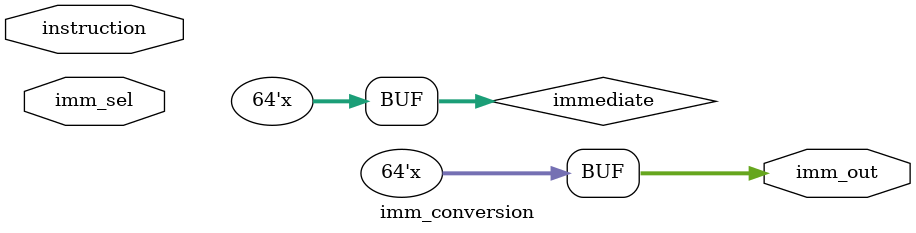
<source format=sv>
module imm_conversion (instruction, imm_sel, imm_out);

    input logic [31:0] instruction;
    input logic [1:0] imm_sel;
    output logic [63:0] imm_out;

	// internal signal representation
	logic [63:0] immediate;

	localparam [1:0]	D_TYPE = 2'b00,
				  		B_TYPE = 2'b01,
				  		CB_TYPE = 2'b10; 

	always @(*)
	begin
		 case(imm_sel)

		 D_TYPE:
			  immediate <= {{55{instr[20]}}, instr[20:12]};

		 B_TYPE:
			  immediate <= {{38{instr[25]}}, instr[25:0]};

		 CB_TYPE:
			  immediate <= {{45{instr[23]}}, instr[23:5]};

		 default:
			  immediate <= 64'bx;

		 endcase
	end

	assign imm_out = immediate;

endmodule
</source>
